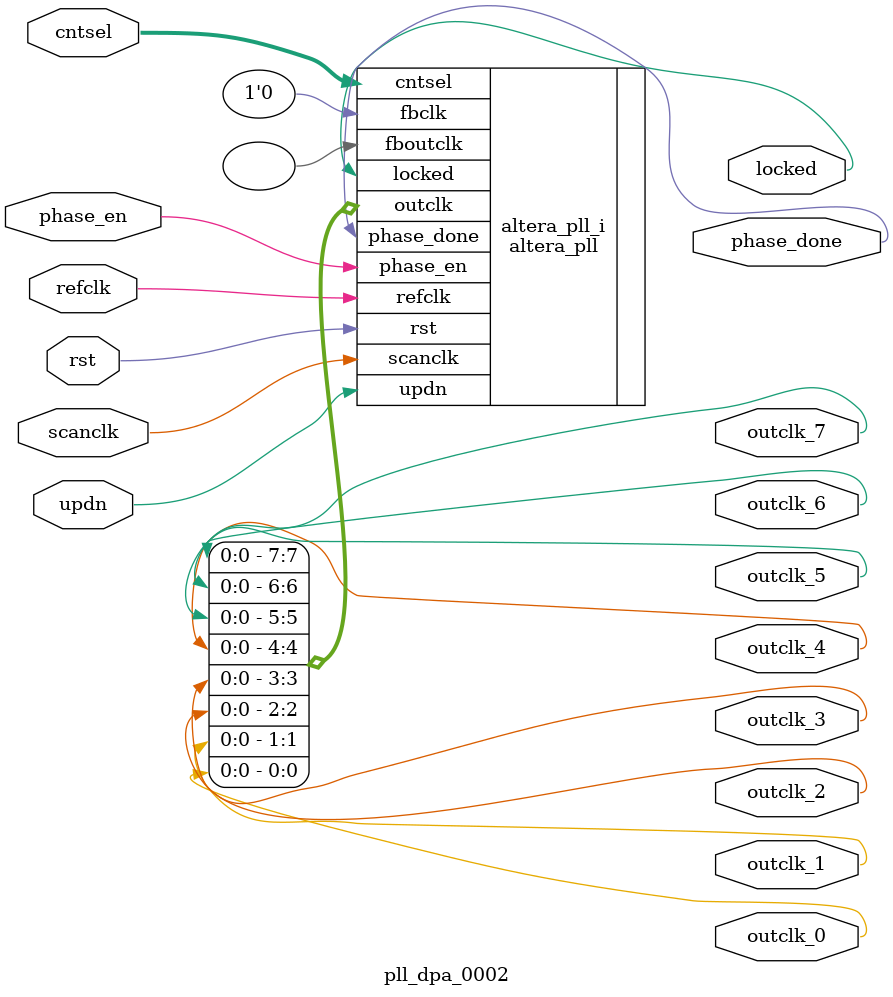
<source format=v>
`timescale 1ns/10ps
module  pll_dpa_0002(

	// interface 'refclk'
	input wire refclk,

	// interface 'reset'
	input wire rst,

	// interface 'outclk0'
	output wire outclk_0,

	// interface 'outclk1'
	output wire outclk_1,

	// interface 'outclk2'
	output wire outclk_2,

	// interface 'outclk3'
	output wire outclk_3,

	// interface 'outclk4'
	output wire outclk_4,

	// interface 'outclk5'
	output wire outclk_5,

	// interface 'outclk6'
	output wire outclk_6,

	// interface 'outclk7'
	output wire outclk_7,

	// interface 'locked'
	output wire locked,

	// interface 'phase_en'
	input wire phase_en,

	// interface 'scanclk'
	input wire scanclk,

	// interface 'updn'
	input wire updn,

	// interface 'cntsel'
	input wire [4:0] cntsel,

	// interface 'phase_done'
	output wire phase_done
);

	altera_pll #(
		.fractional_vco_multiplier("false"),
		.reference_clock_frequency("125.0 MHz"),
		.pll_fractional_cout(32),
		.pll_dsm_out_sel("1st_order"),
		.operation_mode("direct"),
		.number_of_clocks(8),
		.output_clock_frequency0("125.000000 MHz"),
		.phase_shift0("0 ps"),
		.duty_cycle0(50),
		.output_clock_frequency1("125.000000 MHz"),
		.phase_shift1("0 ps"),
		.duty_cycle1(50),
		.output_clock_frequency2("125.000000 MHz"),
		.phase_shift2("0 ps"),
		.duty_cycle2(50),
		.output_clock_frequency3("125.000000 MHz"),
		.phase_shift3("0 ps"),
		.duty_cycle3(50),
		.output_clock_frequency4("125.000000 MHz"),
		.phase_shift4("0 ps"),
		.duty_cycle4(50),
		.output_clock_frequency5("125.000000 MHz"),
		.phase_shift5("0 ps"),
		.duty_cycle5(50),
		.output_clock_frequency6("125.000000 MHz"),
		.phase_shift6("0 ps"),
		.duty_cycle6(50),
		.output_clock_frequency7("125.000000 MHz"),
		.phase_shift7("0 ps"),
		.duty_cycle7(50),
		.output_clock_frequency8("0 MHz"),
		.phase_shift8("0 ps"),
		.duty_cycle8(50),
		.output_clock_frequency9("0 MHz"),
		.phase_shift9("0 ps"),
		.duty_cycle9(50),
		.output_clock_frequency10("0 MHz"),
		.phase_shift10("0 ps"),
		.duty_cycle10(50),
		.output_clock_frequency11("0 MHz"),
		.phase_shift11("0 ps"),
		.duty_cycle11(50),
		.output_clock_frequency12("0 MHz"),
		.phase_shift12("0 ps"),
		.duty_cycle12(50),
		.output_clock_frequency13("0 MHz"),
		.phase_shift13("0 ps"),
		.duty_cycle13(50),
		.output_clock_frequency14("0 MHz"),
		.phase_shift14("0 ps"),
		.duty_cycle14(50),
		.output_clock_frequency15("0 MHz"),
		.phase_shift15("0 ps"),
		.duty_cycle15(50),
		.output_clock_frequency16("0 MHz"),
		.phase_shift16("0 ps"),
		.duty_cycle16(50),
		.output_clock_frequency17("0 MHz"),
		.phase_shift17("0 ps"),
		.duty_cycle17(50),
		.pll_type("Arria V"),
		.pll_subtype("DPS"),
		.m_cnt_hi_div(2),
		.m_cnt_lo_div(1),
		.n_cnt_hi_div(256),
		.n_cnt_lo_div(256),
		.m_cnt_bypass_en("false"),
		.n_cnt_bypass_en("true"),
		.m_cnt_odd_div_duty_en("true"),
		.n_cnt_odd_div_duty_en("false"),
		.c_cnt_hi_div0(2),
		.c_cnt_lo_div0(1),
		.c_cnt_prst0(1),
		.c_cnt_ph_mux_prst0(0),
		.c_cnt_in_src0("ph_mux_clk"),
		.c_cnt_bypass_en0("false"),
		.c_cnt_odd_div_duty_en0("true"),
		.c_cnt_hi_div1(2),
		.c_cnt_lo_div1(1),
		.c_cnt_prst1(1),
		.c_cnt_ph_mux_prst1(0),
		.c_cnt_in_src1("ph_mux_clk"),
		.c_cnt_bypass_en1("false"),
		.c_cnt_odd_div_duty_en1("true"),
		.c_cnt_hi_div2(2),
		.c_cnt_lo_div2(1),
		.c_cnt_prst2(1),
		.c_cnt_ph_mux_prst2(0),
		.c_cnt_in_src2("ph_mux_clk"),
		.c_cnt_bypass_en2("false"),
		.c_cnt_odd_div_duty_en2("true"),
		.c_cnt_hi_div3(2),
		.c_cnt_lo_div3(1),
		.c_cnt_prst3(1),
		.c_cnt_ph_mux_prst3(0),
		.c_cnt_in_src3("ph_mux_clk"),
		.c_cnt_bypass_en3("false"),
		.c_cnt_odd_div_duty_en3("true"),
		.c_cnt_hi_div4(2),
		.c_cnt_lo_div4(1),
		.c_cnt_prst4(1),
		.c_cnt_ph_mux_prst4(0),
		.c_cnt_in_src4("ph_mux_clk"),
		.c_cnt_bypass_en4("false"),
		.c_cnt_odd_div_duty_en4("true"),
		.c_cnt_hi_div5(2),
		.c_cnt_lo_div5(1),
		.c_cnt_prst5(1),
		.c_cnt_ph_mux_prst5(0),
		.c_cnt_in_src5("ph_mux_clk"),
		.c_cnt_bypass_en5("false"),
		.c_cnt_odd_div_duty_en5("true"),
		.c_cnt_hi_div6(2),
		.c_cnt_lo_div6(1),
		.c_cnt_prst6(1),
		.c_cnt_ph_mux_prst6(0),
		.c_cnt_in_src6("ph_mux_clk"),
		.c_cnt_bypass_en6("false"),
		.c_cnt_odd_div_duty_en6("true"),
		.c_cnt_hi_div7(2),
		.c_cnt_lo_div7(1),
		.c_cnt_prst7(1),
		.c_cnt_ph_mux_prst7(0),
		.c_cnt_in_src7("ph_mux_clk"),
		.c_cnt_bypass_en7("false"),
		.c_cnt_odd_div_duty_en7("true"),
		.c_cnt_hi_div8(1),
		.c_cnt_lo_div8(1),
		.c_cnt_prst8(1),
		.c_cnt_ph_mux_prst8(0),
		.c_cnt_in_src8("ph_mux_clk"),
		.c_cnt_bypass_en8("true"),
		.c_cnt_odd_div_duty_en8("false"),
		.c_cnt_hi_div9(1),
		.c_cnt_lo_div9(1),
		.c_cnt_prst9(1),
		.c_cnt_ph_mux_prst9(0),
		.c_cnt_in_src9("ph_mux_clk"),
		.c_cnt_bypass_en9("true"),
		.c_cnt_odd_div_duty_en9("false"),
		.c_cnt_hi_div10(1),
		.c_cnt_lo_div10(1),
		.c_cnt_prst10(1),
		.c_cnt_ph_mux_prst10(0),
		.c_cnt_in_src10("ph_mux_clk"),
		.c_cnt_bypass_en10("true"),
		.c_cnt_odd_div_duty_en10("false"),
		.c_cnt_hi_div11(1),
		.c_cnt_lo_div11(1),
		.c_cnt_prst11(1),
		.c_cnt_ph_mux_prst11(0),
		.c_cnt_in_src11("ph_mux_clk"),
		.c_cnt_bypass_en11("true"),
		.c_cnt_odd_div_duty_en11("false"),
		.c_cnt_hi_div12(1),
		.c_cnt_lo_div12(1),
		.c_cnt_prst12(1),
		.c_cnt_ph_mux_prst12(0),
		.c_cnt_in_src12("ph_mux_clk"),
		.c_cnt_bypass_en12("true"),
		.c_cnt_odd_div_duty_en12("false"),
		.c_cnt_hi_div13(1),
		.c_cnt_lo_div13(1),
		.c_cnt_prst13(1),
		.c_cnt_ph_mux_prst13(0),
		.c_cnt_in_src13("ph_mux_clk"),
		.c_cnt_bypass_en13("true"),
		.c_cnt_odd_div_duty_en13("false"),
		.c_cnt_hi_div14(1),
		.c_cnt_lo_div14(1),
		.c_cnt_prst14(1),
		.c_cnt_ph_mux_prst14(0),
		.c_cnt_in_src14("ph_mux_clk"),
		.c_cnt_bypass_en14("true"),
		.c_cnt_odd_div_duty_en14("false"),
		.c_cnt_hi_div15(1),
		.c_cnt_lo_div15(1),
		.c_cnt_prst15(1),
		.c_cnt_ph_mux_prst15(0),
		.c_cnt_in_src15("ph_mux_clk"),
		.c_cnt_bypass_en15("true"),
		.c_cnt_odd_div_duty_en15("false"),
		.c_cnt_hi_div16(1),
		.c_cnt_lo_div16(1),
		.c_cnt_prst16(1),
		.c_cnt_ph_mux_prst16(0),
		.c_cnt_in_src16("ph_mux_clk"),
		.c_cnt_bypass_en16("true"),
		.c_cnt_odd_div_duty_en16("false"),
		.c_cnt_hi_div17(1),
		.c_cnt_lo_div17(1),
		.c_cnt_prst17(1),
		.c_cnt_ph_mux_prst17(0),
		.c_cnt_in_src17("ph_mux_clk"),
		.c_cnt_bypass_en17("true"),
		.c_cnt_odd_div_duty_en17("false"),
		.pll_vco_div(2),
		.pll_cp_current(20),
		.pll_bwctrl(2000),
		.pll_output_clk_frequency("375.0 MHz"),
		.pll_fractional_division("1"),
		.mimic_fbclk_type("none"),
		.pll_fbclk_mux_1("glb"),
		.pll_fbclk_mux_2("m_cnt"),
		.pll_m_cnt_in_src("ph_mux_clk"),
		.pll_slf_rst("false")
	) altera_pll_i (
		.rst	(rst),
		.cntsel	(cntsel),
		.outclk	({outclk_7, outclk_6, outclk_5, outclk_4, outclk_3, outclk_2, outclk_1, outclk_0}),
		.locked	(locked),
		.phase_done	(phase_done),
		.fboutclk	( ),
		.fbclk	(1'b0),
		.refclk	(refclk),
		.phase_en	(phase_en),
		.scanclk	(scanclk),
		.updn	(updn)
	);
endmodule


</source>
